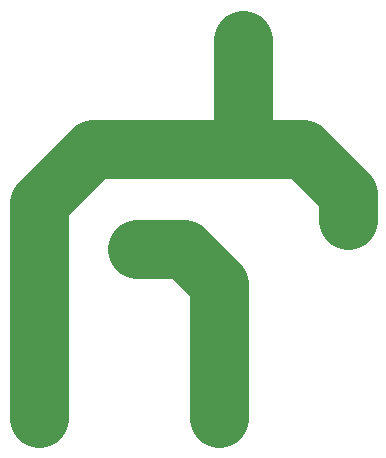
<source format=gbr>
G04*
G04 #@! TF.GenerationSoftware,Altium Limited,Altium Designer,25.0.2 (28)*
G04*
G04 Layer_Color=128*
%FSTAX25Y25*%
%MOIN*%
G70*
G04*
G04 #@! TF.SameCoordinates,1D9F657F-D979-4B8D-A71A-BEDC461EC683*
G04*
G04*
G04 #@! TF.FilePolarity,Positive*
G04*
G01*
G75*
%ADD56C,0.19685*%
D56*
X0081059Y0078531D02*
Y0125531D01*
X0149559Y0143532D02*
X0169059D01*
X0184059Y0128532D01*
Y0120031D02*
Y0128532D01*
X0141059Y0054031D02*
Y0098658D01*
X011398Y0110189D02*
X0129528D01*
X0141059Y0098658D01*
X0081059Y0071031D02*
Y0078531D01*
X0099059Y0143532D02*
X0149559D01*
X0081059Y0125531D02*
X0099059Y0143532D01*
X014902Y0144071D02*
Y0179874D01*
X0081059Y0054031D02*
Y0071031D01*
M02*

</source>
